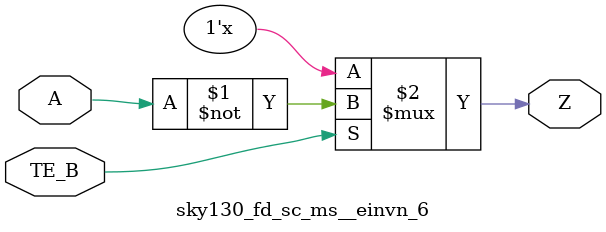
<source format=v>
module sky130_fd_sc_ms__einvn_6 (
    Z   ,
    A   ,
    TE_B
);
    output Z   ;
    input  A   ;
    input  TE_B;
    notif0 notif00 (Z     , A, TE_B        );
endmodule
</source>
